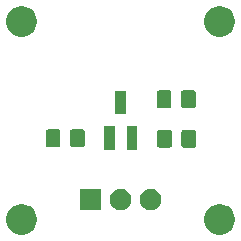
<source format=gbr>
G04 #@! TF.GenerationSoftware,KiCad,Pcbnew,(5.1.5)-3*
G04 #@! TF.CreationDate,2021-10-23T23:41:10-05:00*
G04 #@! TF.ProjectId,MagneticSensor,4d61676e-6574-4696-9353-656e736f722e,rev?*
G04 #@! TF.SameCoordinates,Original*
G04 #@! TF.FileFunction,Soldermask,Top*
G04 #@! TF.FilePolarity,Negative*
%FSLAX46Y46*%
G04 Gerber Fmt 4.6, Leading zero omitted, Abs format (unit mm)*
G04 Created by KiCad (PCBNEW (5.1.5)-3) date 2021-10-23 23:41:10*
%MOMM*%
%LPD*%
G04 APERTURE LIST*
%ADD10C,0.100000*%
G04 APERTURE END LIST*
D10*
G36*
X140587487Y-104920996D02*
G01*
X140824253Y-105019068D01*
X140824255Y-105019069D01*
X140900408Y-105069953D01*
X141037339Y-105161447D01*
X141218553Y-105342661D01*
X141360932Y-105555747D01*
X141459004Y-105792513D01*
X141509000Y-106043861D01*
X141509000Y-106300139D01*
X141459004Y-106551487D01*
X141360932Y-106788253D01*
X141360931Y-106788255D01*
X141218553Y-107001339D01*
X141037339Y-107182553D01*
X140824255Y-107324931D01*
X140824254Y-107324932D01*
X140824253Y-107324932D01*
X140587487Y-107423004D01*
X140336139Y-107473000D01*
X140079861Y-107473000D01*
X139828513Y-107423004D01*
X139591747Y-107324932D01*
X139591746Y-107324932D01*
X139591745Y-107324931D01*
X139378661Y-107182553D01*
X139197447Y-107001339D01*
X139055069Y-106788255D01*
X139055068Y-106788253D01*
X138956996Y-106551487D01*
X138907000Y-106300139D01*
X138907000Y-106043861D01*
X138956996Y-105792513D01*
X139055068Y-105555747D01*
X139197447Y-105342661D01*
X139378661Y-105161447D01*
X139515592Y-105069953D01*
X139591745Y-105019069D01*
X139591747Y-105019068D01*
X139828513Y-104920996D01*
X140079861Y-104871000D01*
X140336139Y-104871000D01*
X140587487Y-104920996D01*
G37*
G36*
X157351487Y-104920996D02*
G01*
X157588253Y-105019068D01*
X157588255Y-105019069D01*
X157664408Y-105069953D01*
X157801339Y-105161447D01*
X157982553Y-105342661D01*
X158124932Y-105555747D01*
X158223004Y-105792513D01*
X158273000Y-106043861D01*
X158273000Y-106300139D01*
X158223004Y-106551487D01*
X158124932Y-106788253D01*
X158124931Y-106788255D01*
X157982553Y-107001339D01*
X157801339Y-107182553D01*
X157588255Y-107324931D01*
X157588254Y-107324932D01*
X157588253Y-107324932D01*
X157351487Y-107423004D01*
X157100139Y-107473000D01*
X156843861Y-107473000D01*
X156592513Y-107423004D01*
X156355747Y-107324932D01*
X156355746Y-107324932D01*
X156355745Y-107324931D01*
X156142661Y-107182553D01*
X155961447Y-107001339D01*
X155819069Y-106788255D01*
X155819068Y-106788253D01*
X155720996Y-106551487D01*
X155671000Y-106300139D01*
X155671000Y-106043861D01*
X155720996Y-105792513D01*
X155819068Y-105555747D01*
X155961447Y-105342661D01*
X156142661Y-105161447D01*
X156279592Y-105069953D01*
X156355745Y-105019069D01*
X156355747Y-105019068D01*
X156592513Y-104920996D01*
X156843861Y-104871000D01*
X157100139Y-104871000D01*
X157351487Y-104920996D01*
G37*
G36*
X151230812Y-103599527D02*
G01*
X151380112Y-103629224D01*
X151544084Y-103697144D01*
X151691654Y-103795747D01*
X151817153Y-103921246D01*
X151915756Y-104068816D01*
X151983676Y-104232788D01*
X152018300Y-104406859D01*
X152018300Y-104584341D01*
X151983676Y-104758412D01*
X151915756Y-104922384D01*
X151817153Y-105069954D01*
X151691654Y-105195453D01*
X151544084Y-105294056D01*
X151380112Y-105361976D01*
X151230812Y-105391673D01*
X151206042Y-105396600D01*
X151028558Y-105396600D01*
X151003788Y-105391673D01*
X150854488Y-105361976D01*
X150690516Y-105294056D01*
X150542946Y-105195453D01*
X150417447Y-105069954D01*
X150318844Y-104922384D01*
X150250924Y-104758412D01*
X150216300Y-104584341D01*
X150216300Y-104406859D01*
X150250924Y-104232788D01*
X150318844Y-104068816D01*
X150417447Y-103921246D01*
X150542946Y-103795747D01*
X150690516Y-103697144D01*
X150854488Y-103629224D01*
X151003788Y-103599527D01*
X151028558Y-103594600D01*
X151206042Y-103594600D01*
X151230812Y-103599527D01*
G37*
G36*
X146938300Y-105396600D02*
G01*
X145136300Y-105396600D01*
X145136300Y-103594600D01*
X146938300Y-103594600D01*
X146938300Y-105396600D01*
G37*
G36*
X148690812Y-103599527D02*
G01*
X148840112Y-103629224D01*
X149004084Y-103697144D01*
X149151654Y-103795747D01*
X149277153Y-103921246D01*
X149375756Y-104068816D01*
X149443676Y-104232788D01*
X149478300Y-104406859D01*
X149478300Y-104584341D01*
X149443676Y-104758412D01*
X149375756Y-104922384D01*
X149277153Y-105069954D01*
X149151654Y-105195453D01*
X149004084Y-105294056D01*
X148840112Y-105361976D01*
X148690812Y-105391673D01*
X148666042Y-105396600D01*
X148488558Y-105396600D01*
X148463788Y-105391673D01*
X148314488Y-105361976D01*
X148150516Y-105294056D01*
X148002946Y-105195453D01*
X147877447Y-105069954D01*
X147778844Y-104922384D01*
X147710924Y-104758412D01*
X147676300Y-104584341D01*
X147676300Y-104406859D01*
X147710924Y-104232788D01*
X147778844Y-104068816D01*
X147877447Y-103921246D01*
X148002946Y-103795747D01*
X148150516Y-103697144D01*
X148314488Y-103629224D01*
X148463788Y-103599527D01*
X148488558Y-103594600D01*
X148666042Y-103594600D01*
X148690812Y-103599527D01*
G37*
G36*
X149991000Y-100291000D02*
G01*
X149089000Y-100291000D01*
X149089000Y-98289000D01*
X149991000Y-98289000D01*
X149991000Y-100291000D01*
G37*
G36*
X148091000Y-100291000D02*
G01*
X147189000Y-100291000D01*
X147189000Y-98289000D01*
X148091000Y-98289000D01*
X148091000Y-100291000D01*
G37*
G36*
X152765774Y-98605565D02*
G01*
X152803467Y-98616999D01*
X152838203Y-98635566D01*
X152868648Y-98660552D01*
X152893634Y-98690997D01*
X152912201Y-98725733D01*
X152923635Y-98763426D01*
X152928100Y-98808761D01*
X152928100Y-99895439D01*
X152923635Y-99940774D01*
X152912201Y-99978467D01*
X152893634Y-100013203D01*
X152868648Y-100043648D01*
X152838203Y-100068634D01*
X152803467Y-100087201D01*
X152765774Y-100098635D01*
X152720439Y-100103100D01*
X151883761Y-100103100D01*
X151838426Y-100098635D01*
X151800733Y-100087201D01*
X151765997Y-100068634D01*
X151735552Y-100043648D01*
X151710566Y-100013203D01*
X151691999Y-99978467D01*
X151680565Y-99940774D01*
X151676100Y-99895439D01*
X151676100Y-98808761D01*
X151680565Y-98763426D01*
X151691999Y-98725733D01*
X151710566Y-98690997D01*
X151735552Y-98660552D01*
X151765997Y-98635566D01*
X151800733Y-98616999D01*
X151838426Y-98605565D01*
X151883761Y-98601100D01*
X152720439Y-98601100D01*
X152765774Y-98605565D01*
G37*
G36*
X154815774Y-98605565D02*
G01*
X154853467Y-98616999D01*
X154888203Y-98635566D01*
X154918648Y-98660552D01*
X154943634Y-98690997D01*
X154962201Y-98725733D01*
X154973635Y-98763426D01*
X154978100Y-98808761D01*
X154978100Y-99895439D01*
X154973635Y-99940774D01*
X154962201Y-99978467D01*
X154943634Y-100013203D01*
X154918648Y-100043648D01*
X154888203Y-100068634D01*
X154853467Y-100087201D01*
X154815774Y-100098635D01*
X154770439Y-100103100D01*
X153933761Y-100103100D01*
X153888426Y-100098635D01*
X153850733Y-100087201D01*
X153815997Y-100068634D01*
X153785552Y-100043648D01*
X153760566Y-100013203D01*
X153741999Y-99978467D01*
X153730565Y-99940774D01*
X153726100Y-99895439D01*
X153726100Y-98808761D01*
X153730565Y-98763426D01*
X153741999Y-98725733D01*
X153760566Y-98690997D01*
X153785552Y-98660552D01*
X153815997Y-98635566D01*
X153850733Y-98616999D01*
X153888426Y-98605565D01*
X153933761Y-98601100D01*
X154770439Y-98601100D01*
X154815774Y-98605565D01*
G37*
G36*
X145379674Y-98567465D02*
G01*
X145417367Y-98578899D01*
X145452103Y-98597466D01*
X145482548Y-98622452D01*
X145507534Y-98652897D01*
X145526101Y-98687633D01*
X145537535Y-98725326D01*
X145542000Y-98770661D01*
X145542000Y-99857339D01*
X145537535Y-99902674D01*
X145526101Y-99940367D01*
X145507534Y-99975103D01*
X145482548Y-100005548D01*
X145452103Y-100030534D01*
X145417367Y-100049101D01*
X145379674Y-100060535D01*
X145334339Y-100065000D01*
X144497661Y-100065000D01*
X144452326Y-100060535D01*
X144414633Y-100049101D01*
X144379897Y-100030534D01*
X144349452Y-100005548D01*
X144324466Y-99975103D01*
X144305899Y-99940367D01*
X144294465Y-99902674D01*
X144290000Y-99857339D01*
X144290000Y-98770661D01*
X144294465Y-98725326D01*
X144305899Y-98687633D01*
X144324466Y-98652897D01*
X144349452Y-98622452D01*
X144379897Y-98597466D01*
X144414633Y-98578899D01*
X144452326Y-98567465D01*
X144497661Y-98563000D01*
X145334339Y-98563000D01*
X145379674Y-98567465D01*
G37*
G36*
X143329674Y-98567465D02*
G01*
X143367367Y-98578899D01*
X143402103Y-98597466D01*
X143432548Y-98622452D01*
X143457534Y-98652897D01*
X143476101Y-98687633D01*
X143487535Y-98725326D01*
X143492000Y-98770661D01*
X143492000Y-99857339D01*
X143487535Y-99902674D01*
X143476101Y-99940367D01*
X143457534Y-99975103D01*
X143432548Y-100005548D01*
X143402103Y-100030534D01*
X143367367Y-100049101D01*
X143329674Y-100060535D01*
X143284339Y-100065000D01*
X142447661Y-100065000D01*
X142402326Y-100060535D01*
X142364633Y-100049101D01*
X142329897Y-100030534D01*
X142299452Y-100005548D01*
X142274466Y-99975103D01*
X142255899Y-99940367D01*
X142244465Y-99902674D01*
X142240000Y-99857339D01*
X142240000Y-98770661D01*
X142244465Y-98725326D01*
X142255899Y-98687633D01*
X142274466Y-98652897D01*
X142299452Y-98622452D01*
X142329897Y-98597466D01*
X142364633Y-98578899D01*
X142402326Y-98567465D01*
X142447661Y-98563000D01*
X143284339Y-98563000D01*
X143329674Y-98567465D01*
G37*
G36*
X149041000Y-97291000D02*
G01*
X148139000Y-97291000D01*
X148139000Y-95289000D01*
X149041000Y-95289000D01*
X149041000Y-97291000D01*
G37*
G36*
X154777674Y-95265465D02*
G01*
X154815367Y-95276899D01*
X154850103Y-95295466D01*
X154880548Y-95320452D01*
X154905534Y-95350897D01*
X154924101Y-95385633D01*
X154935535Y-95423326D01*
X154940000Y-95468661D01*
X154940000Y-96555339D01*
X154935535Y-96600674D01*
X154924101Y-96638367D01*
X154905534Y-96673103D01*
X154880548Y-96703548D01*
X154850103Y-96728534D01*
X154815367Y-96747101D01*
X154777674Y-96758535D01*
X154732339Y-96763000D01*
X153895661Y-96763000D01*
X153850326Y-96758535D01*
X153812633Y-96747101D01*
X153777897Y-96728534D01*
X153747452Y-96703548D01*
X153722466Y-96673103D01*
X153703899Y-96638367D01*
X153692465Y-96600674D01*
X153688000Y-96555339D01*
X153688000Y-95468661D01*
X153692465Y-95423326D01*
X153703899Y-95385633D01*
X153722466Y-95350897D01*
X153747452Y-95320452D01*
X153777897Y-95295466D01*
X153812633Y-95276899D01*
X153850326Y-95265465D01*
X153895661Y-95261000D01*
X154732339Y-95261000D01*
X154777674Y-95265465D01*
G37*
G36*
X152727674Y-95265465D02*
G01*
X152765367Y-95276899D01*
X152800103Y-95295466D01*
X152830548Y-95320452D01*
X152855534Y-95350897D01*
X152874101Y-95385633D01*
X152885535Y-95423326D01*
X152890000Y-95468661D01*
X152890000Y-96555339D01*
X152885535Y-96600674D01*
X152874101Y-96638367D01*
X152855534Y-96673103D01*
X152830548Y-96703548D01*
X152800103Y-96728534D01*
X152765367Y-96747101D01*
X152727674Y-96758535D01*
X152682339Y-96763000D01*
X151845661Y-96763000D01*
X151800326Y-96758535D01*
X151762633Y-96747101D01*
X151727897Y-96728534D01*
X151697452Y-96703548D01*
X151672466Y-96673103D01*
X151653899Y-96638367D01*
X151642465Y-96600674D01*
X151638000Y-96555339D01*
X151638000Y-95468661D01*
X151642465Y-95423326D01*
X151653899Y-95385633D01*
X151672466Y-95350897D01*
X151697452Y-95320452D01*
X151727897Y-95295466D01*
X151762633Y-95276899D01*
X151800326Y-95265465D01*
X151845661Y-95261000D01*
X152682339Y-95261000D01*
X152727674Y-95265465D01*
G37*
G36*
X157351487Y-88156996D02*
G01*
X157588253Y-88255068D01*
X157588255Y-88255069D01*
X157801339Y-88397447D01*
X157982553Y-88578661D01*
X158124932Y-88791747D01*
X158223004Y-89028513D01*
X158273000Y-89279861D01*
X158273000Y-89536139D01*
X158223004Y-89787487D01*
X158124932Y-90024253D01*
X158124931Y-90024255D01*
X157982553Y-90237339D01*
X157801339Y-90418553D01*
X157588255Y-90560931D01*
X157588254Y-90560932D01*
X157588253Y-90560932D01*
X157351487Y-90659004D01*
X157100139Y-90709000D01*
X156843861Y-90709000D01*
X156592513Y-90659004D01*
X156355747Y-90560932D01*
X156355746Y-90560932D01*
X156355745Y-90560931D01*
X156142661Y-90418553D01*
X155961447Y-90237339D01*
X155819069Y-90024255D01*
X155819068Y-90024253D01*
X155720996Y-89787487D01*
X155671000Y-89536139D01*
X155671000Y-89279861D01*
X155720996Y-89028513D01*
X155819068Y-88791747D01*
X155961447Y-88578661D01*
X156142661Y-88397447D01*
X156355745Y-88255069D01*
X156355747Y-88255068D01*
X156592513Y-88156996D01*
X156843861Y-88107000D01*
X157100139Y-88107000D01*
X157351487Y-88156996D01*
G37*
G36*
X140587487Y-88156996D02*
G01*
X140824253Y-88255068D01*
X140824255Y-88255069D01*
X141037339Y-88397447D01*
X141218553Y-88578661D01*
X141360932Y-88791747D01*
X141459004Y-89028513D01*
X141509000Y-89279861D01*
X141509000Y-89536139D01*
X141459004Y-89787487D01*
X141360932Y-90024253D01*
X141360931Y-90024255D01*
X141218553Y-90237339D01*
X141037339Y-90418553D01*
X140824255Y-90560931D01*
X140824254Y-90560932D01*
X140824253Y-90560932D01*
X140587487Y-90659004D01*
X140336139Y-90709000D01*
X140079861Y-90709000D01*
X139828513Y-90659004D01*
X139591747Y-90560932D01*
X139591746Y-90560932D01*
X139591745Y-90560931D01*
X139378661Y-90418553D01*
X139197447Y-90237339D01*
X139055069Y-90024255D01*
X139055068Y-90024253D01*
X138956996Y-89787487D01*
X138907000Y-89536139D01*
X138907000Y-89279861D01*
X138956996Y-89028513D01*
X139055068Y-88791747D01*
X139197447Y-88578661D01*
X139378661Y-88397447D01*
X139591745Y-88255069D01*
X139591747Y-88255068D01*
X139828513Y-88156996D01*
X140079861Y-88107000D01*
X140336139Y-88107000D01*
X140587487Y-88156996D01*
G37*
M02*

</source>
